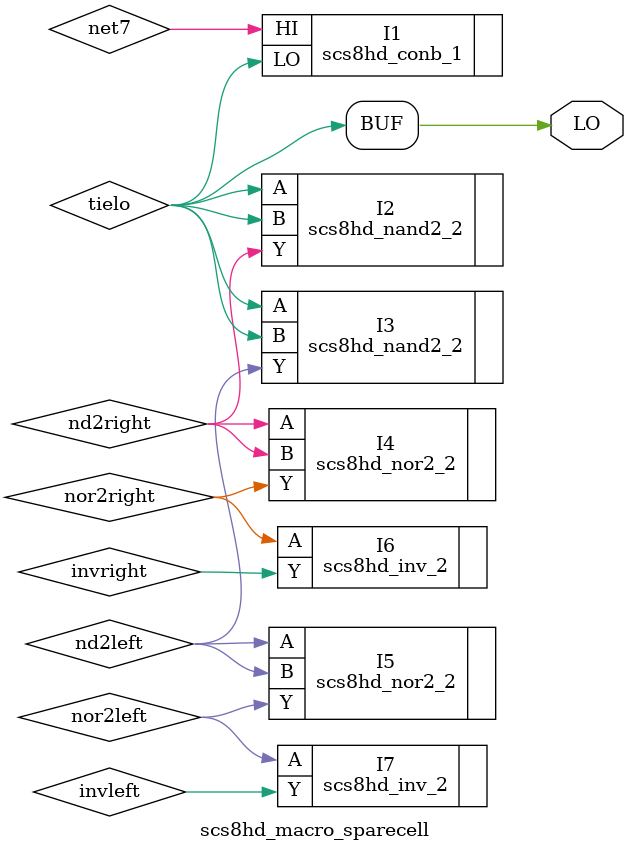
<source format=v>
`celldefine
 `timescale 1ns / 1ps

module scs8hd_macro_sparecell (
output LO
`ifdef SC_USE_PG_PIN
, input vgnd
, input vnb
, input vpb
, input vpwr
`endif
);

specify 
    specparam CDS_LIBNAME  = "scs8hd_macro";
    specparam CDS_CELLNAME = "scs8hd_macro_sparecell";
    specparam CDS_VIEWNAME = "schematic";
endspecify

`ifdef SC_USE_PG_PIN
scs8hd_inv_2 I7 ( .A(nor2left), .Y(invleft), .vpwr(vpwr), .vgnd(vgnd), .vnb(vnb), .vpb(vpb));
scs8hd_inv_2 I6 ( .A(nor2right), .Y(invright), .vpwr(vpwr), .vgnd(vgnd), .vnb(vnb), .vpb(vpb));
scs8hd_nor2_2 I5 ( .B(nd2left), .A(nd2left), .Y(nor2left), .vpwr(vpwr), .vgnd(vgnd), .vnb(vnb), .vpb(vpb));
scs8hd_nor2_2 I4 ( .B(nd2right), .A(nd2right), .Y(nor2right), .vpwr(vpwr), .vgnd(vgnd), .vnb(vnb), .vpb(vpb));
scs8hd_nand2_2 I2 ( .B(tielo), .A(tielo), .Y(nd2right), .vpwr(vpwr), .vgnd(vgnd), .vnb(vnb), .vpb(vpb));
scs8hd_nand2_2 I3 ( .B(tielo), .A(tielo), .Y(nd2left), .vpwr(vpwr), .vgnd(vgnd), .vnb(vnb), .vpb(vpb));
scs8hd_conb_1 I1 ( .LO(tielo), .HI(net7), .vpwr(vpwr), .vgnd(vgnd), .vnb(vnb), .vpb(vpb));
`else
scs8hd_inv_2 I7 ( .A(nor2left), .Y(invleft));
scs8hd_inv_2 I6 ( .A(nor2right), .Y(invright));
scs8hd_nor2_2 I5 ( .B(nd2left), .A(nd2left), .Y(nor2left));
scs8hd_nor2_2 I4 ( .B(nd2right), .A(nd2right), .Y(nor2right));
scs8hd_nand2_2 I2 ( .B(tielo), .A(tielo), .Y(nd2right));
scs8hd_nand2_2 I3 ( .B(tielo), .A(tielo), .Y(nd2left));
scs8hd_conb_1 I1 ( .LO(tielo), .HI(net7));
`endif

buf (LO, tielo);

endmodule
`endcelldefine

</source>
